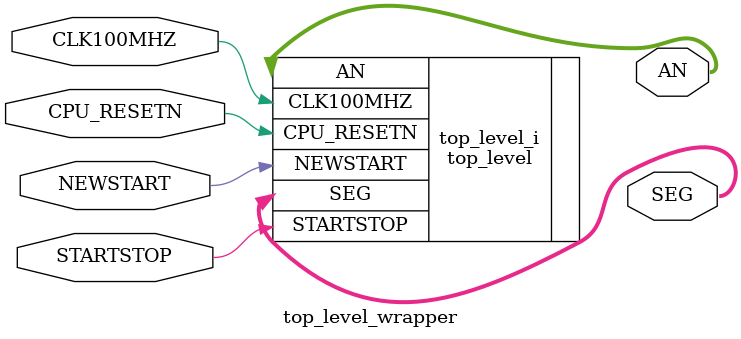
<source format=v>
`timescale 1 ps / 1 ps

module top_level_wrapper
   (AN,
    CLK100MHZ,
    CPU_RESETN,
    NEWSTART,
    SEG,
    STARTSTOP);
  output [7:0]AN;
  input CLK100MHZ;
  input CPU_RESETN;
  input NEWSTART;
  output [7:0]SEG;
  input STARTSTOP;

  wire [7:0]AN;
  wire CLK100MHZ;
  wire CPU_RESETN;
  wire NEWSTART;
  wire [7:0]SEG;
  wire STARTSTOP;

  top_level top_level_i
       (.AN(AN),
        .CLK100MHZ(CLK100MHZ),
        .CPU_RESETN(CPU_RESETN),
        .NEWSTART(NEWSTART),
        .SEG(SEG),
        .STARTSTOP(STARTSTOP));
endmodule

</source>
